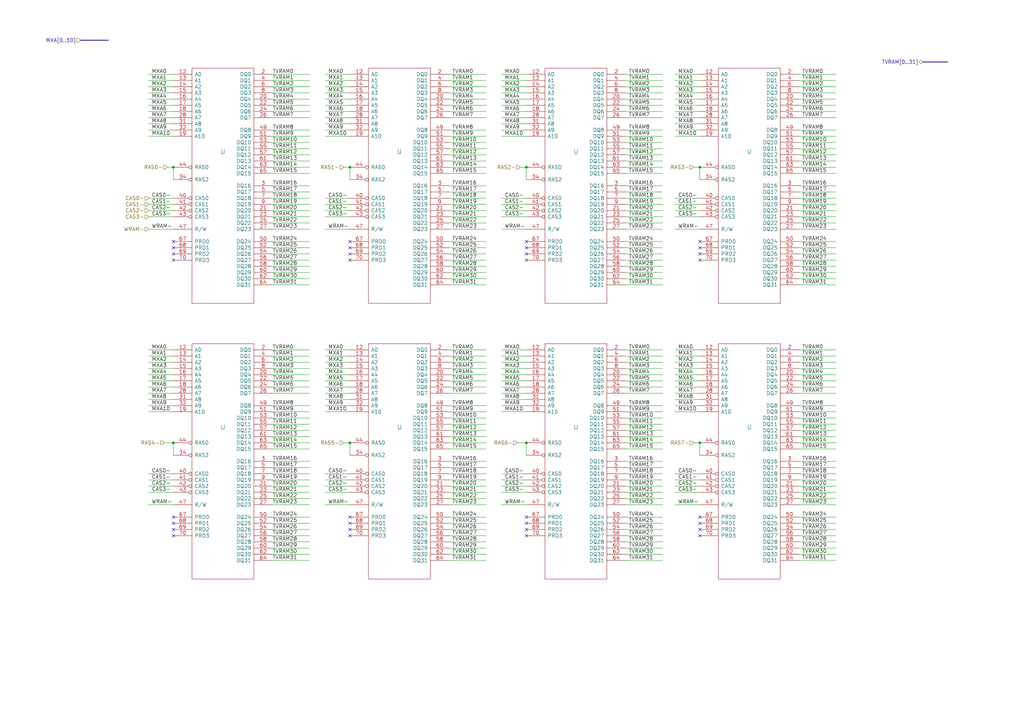
<source format=kicad_sch>
(kicad_sch (version 20220622) (generator eeschema)
  (paper "A3")
  (title_block (title "Kicad EDA") (date "Sun 22 Mar 2015") (rev "2.0B") (company "Kicad EDA") (comment 1 "Rams Video"))
  (junction (at 287.02 181.61) (diameter 0.9144))
  (junction (at 215.9 68.58) (diameter 0.9144))
  (junction (at 143.51 181.61) (diameter 0.9144))
  (junction (at 71.12 181.61) (diameter 0.9144))
  (junction (at 71.12 68.58) (diameter 0.9144))
  (junction (at 215.9 181.61) (diameter 0.9144))
  (junction (at 143.51 68.58) (diameter 0.9144))
  (junction (at 287.02 68.58) (diameter 0.9144))
  (no_connect (at 215.9 217.17))
  (no_connect (at 287.02 212.09))
  (no_connect (at 71.12 217.17))
  (no_connect (at 143.51 212.09))
  (no_connect (at 143.51 106.68))
  (no_connect (at 143.51 219.71))
  (no_connect (at 71.12 106.68))
  (no_connect (at 287.02 214.63))
  (no_connect (at 215.9 219.71))
  (no_connect (at 215.9 101.6))
  (no_connect (at 215.9 104.14))
  (no_connect (at 143.51 214.63))
  (no_connect (at 287.02 104.14))
  (no_connect (at 215.9 99.06))
  (no_connect (at 287.02 101.6))
  (no_connect (at 71.12 101.6))
  (no_connect (at 71.12 99.06))
  (no_connect (at 143.51 217.17))
  (no_connect (at 71.12 214.63))
  (no_connect (at 71.12 104.14))
  (no_connect (at 215.9 214.63))
  (no_connect (at 143.51 101.6))
  (no_connect (at 215.9 106.68))
  (no_connect (at 71.12 219.71))
  (no_connect (at 287.02 106.68))
  (no_connect (at 287.02 99.06))
  (no_connect (at 143.51 99.06))
  (no_connect (at 287.02 217.17))
  (no_connect (at 215.9 212.09))
  (no_connect (at 143.51 104.14))
  (no_connect (at 287.02 219.71))
  (no_connect (at 71.12 212.09))
  (wire (pts (xy 71.12 81.28) (xy 60.96 81.28)))
  (wire (pts (xy 111.76 83.82) (xy 127 83.82)))
  (wire (pts (xy 256.54 109.22) (xy 271.78 109.22)))
  (wire (pts (xy 327.66 217.17) (xy 342.9 217.17)))
  (wire (pts (xy 184.15 99.06) (xy 199.39 99.06)))
  (wire (pts (xy 184.15 171.45) (xy 199.39 171.45)))
  (wire (pts (xy 327.66 60.96) (xy 342.9 60.96)))
  (wire (pts (xy 184.15 224.79) (xy 199.39 224.79)))
  (wire (pts (xy 327.66 212.09) (xy 342.9 212.09)))
  (wire (pts (xy 256.54 93.98) (xy 271.78 93.98)))
  (wire (pts (xy 327.66 99.06) (xy 342.9 99.06)))
  (wire (pts (xy 111.76 148.59) (xy 127 148.59)))
  (wire (pts (xy 111.76 224.79) (xy 127 224.79)))
  (wire (pts (xy 327.66 38.1) (xy 342.9 38.1)))
  (wire (pts (xy 111.76 181.61) (xy 127 181.61)))
  (wire (pts (xy 71.12 48.26) (xy 60.96 48.26)))
  (wire (pts (xy 71.12 83.82) (xy 60.96 83.82)))
  (wire (pts (xy 215.9 33.02) (xy 205.74 33.02)))
  (wire (pts (xy 327.66 153.67) (xy 342.9 153.67)))
  (wire (pts (xy 184.15 33.02) (xy 199.39 33.02)))
  (wire (pts (xy 111.76 43.18) (xy 127 43.18)))
  (wire (pts (xy 215.9 53.34) (xy 205.74 53.34)))
  (wire (pts (xy 71.12 38.1) (xy 60.96 38.1)))
  (wire (pts (xy 71.12 207.01) (xy 60.96 207.01)))
  (wire (pts (xy 184.15 151.13) (xy 199.39 151.13)))
  (wire (pts (xy 184.15 76.2) (xy 199.39 76.2)))
  (wire (pts (xy 256.54 191.77) (xy 271.78 191.77)))
  (wire (pts (xy 71.12 158.75) (xy 60.96 158.75)))
  (wire (pts (xy 111.76 111.76) (xy 127 111.76)))
  (wire (pts (xy 71.12 50.8) (xy 60.96 50.8)))
  (wire (pts (xy 71.12 166.37) (xy 60.96 166.37)))
  (wire (pts (xy 143.51 156.21) (xy 133.35 156.21)))
  (wire (pts (xy 111.76 53.34) (xy 127 53.34)))
  (wire (pts (xy 256.54 166.37) (xy 271.78 166.37)))
  (wire (pts (xy 111.76 156.21) (xy 127 156.21)))
  (wire (pts (xy 111.76 166.37) (xy 127 166.37)))
  (wire (pts (xy 184.15 48.26) (xy 199.39 48.26)))
  (wire (pts (xy 256.54 222.25) (xy 271.78 222.25)))
  (wire (pts (xy 143.51 45.72) (xy 133.35 45.72)))
  (wire (pts (xy 184.15 40.64) (xy 199.39 40.64)))
  (wire (pts (xy 215.9 30.48) (xy 205.74 30.48)))
  (wire (pts (xy 184.15 101.6) (xy 199.39 101.6)))
  (wire (pts (xy 143.51 161.29) (xy 133.35 161.29)))
  (wire (pts (xy 143.51 207.01) (xy 133.35 207.01)))
  (wire (pts (xy 212.09 181.61) (xy 215.9 181.61)))
  (wire (pts (xy 287.02 158.75) (xy 276.86 158.75)))
  (wire (pts (xy 256.54 55.88) (xy 271.78 55.88)))
  (wire (pts (xy 184.15 45.72) (xy 199.39 45.72)))
  (wire (pts (xy 215.9 161.29) (xy 205.74 161.29)))
  (wire (pts (xy 215.9 81.28) (xy 205.74 81.28)))
  (wire (pts (xy 327.66 146.05) (xy 342.9 146.05)))
  (wire (pts (xy 71.12 33.02) (xy 60.96 33.02)))
  (wire (pts (xy 111.76 48.26) (xy 127 48.26)))
  (wire (pts (xy 68.58 68.58) (xy 71.12 68.58)))
  (wire (pts (xy 140.97 181.61) (xy 143.51 181.61)))
  (wire (pts (xy 327.66 201.93) (xy 342.9 201.93)))
  (wire (pts (xy 111.76 153.67) (xy 127 153.67)))
  (wire (pts (xy 184.15 196.85) (xy 199.39 196.85)))
  (wire (pts (xy 256.54 63.5) (xy 271.78 63.5)))
  (wire (pts (xy 215.9 88.9) (xy 205.74 88.9)))
  (wire (pts (xy 184.15 38.1) (xy 199.39 38.1)))
  (wire (pts (xy 71.12 161.29) (xy 60.96 161.29)))
  (wire (pts (xy 256.54 156.21) (xy 271.78 156.21)))
  (wire (pts (xy 184.15 88.9) (xy 199.39 88.9)))
  (wire (pts (xy 184.15 158.75) (xy 199.39 158.75)))
  (wire (pts (xy 111.76 88.9) (xy 127 88.9)))
  (bus (pts (xy 33.02 16.51) (xy 44.45 16.51)))
  (wire (pts (xy 327.66 166.37) (xy 342.9 166.37)))
  (wire (pts (xy 327.66 93.98) (xy 342.9 93.98)))
  (wire (pts (xy 327.66 88.9) (xy 342.9 88.9)))
  (wire (pts (xy 184.15 207.01) (xy 199.39 207.01)))
  (wire (pts (xy 184.15 219.71) (xy 199.39 219.71)))
  (wire (pts (xy 111.76 199.39) (xy 127 199.39)))
  (wire (pts (xy 215.9 83.82) (xy 205.74 83.82)))
  (wire (pts (xy 327.66 158.75) (xy 342.9 158.75)))
  (wire (pts (xy 256.54 171.45) (xy 271.78 171.45)))
  (wire (pts (xy 184.15 229.87) (xy 199.39 229.87)))
  (wire (pts (xy 327.66 40.64) (xy 342.9 40.64)))
  (wire (pts (xy 256.54 58.42) (xy 271.78 58.42)))
  (wire (pts (xy 184.15 60.96) (xy 199.39 60.96)))
  (wire (pts (xy 184.15 58.42) (xy 199.39 58.42)))
  (wire (pts (xy 143.51 35.56) (xy 133.35 35.56)))
  (wire (pts (xy 111.76 189.23) (xy 127 189.23)))
  (wire (pts (xy 111.76 194.31) (xy 127 194.31)))
  (wire (pts (xy 184.15 114.3) (xy 199.39 114.3)))
  (wire (pts (xy 256.54 35.56) (xy 271.78 35.56)))
  (wire (pts (xy 327.66 224.79) (xy 342.9 224.79)))
  (wire (pts (xy 256.54 53.34) (xy 271.78 53.34)))
  (wire (pts (xy 327.66 148.59) (xy 342.9 148.59)))
  (wire (pts (xy 327.66 207.01) (xy 342.9 207.01)))
  (wire (pts (xy 71.12 86.36) (xy 60.96 86.36)))
  (wire (pts (xy 256.54 229.87) (xy 271.78 229.87)))
  (wire (pts (xy 327.66 43.18) (xy 342.9 43.18)))
  (wire (pts (xy 327.66 199.39) (xy 342.9 199.39)))
  (wire (pts (xy 215.9 50.8) (xy 205.74 50.8)))
  (wire (pts (xy 256.54 161.29) (xy 271.78 161.29)))
  (wire (pts (xy 111.76 93.98) (xy 127 93.98)))
  (wire (pts (xy 143.51 196.85) (xy 133.35 196.85)))
  (wire (pts (xy 111.76 104.14) (xy 127 104.14)))
  (wire (pts (xy 287.02 194.31) (xy 276.86 194.31)))
  (wire (pts (xy 143.51 153.67) (xy 133.35 153.67)))
  (wire (pts (xy 287.02 163.83) (xy 276.86 163.83)))
  (wire (pts (xy 287.02 207.01) (xy 276.86 207.01)))
  (wire (pts (xy 143.51 68.58) (xy 143.51 73.66)))
  (wire (pts (xy 184.15 63.5) (xy 199.39 63.5)))
  (wire (pts (xy 143.51 151.13) (xy 133.35 151.13)))
  (wire (pts (xy 111.76 219.71) (xy 127 219.71)))
  (wire (pts (xy 111.76 196.85) (xy 127 196.85)))
  (wire (pts (xy 111.76 81.28) (xy 127 81.28)))
  (wire (pts (xy 287.02 43.18) (xy 276.86 43.18)))
  (wire (pts (xy 287.02 68.58) (xy 287.02 73.66)))
  (wire (pts (xy 143.51 146.05) (xy 133.35 146.05)))
  (wire (pts (xy 256.54 151.13) (xy 271.78 151.13)))
  (wire (pts (xy 143.51 48.26) (xy 133.35 48.26)))
  (wire (pts (xy 184.15 194.31) (xy 199.39 194.31)))
  (wire (pts (xy 256.54 158.75) (xy 271.78 158.75)))
  (wire (pts (xy 111.76 38.1) (xy 127 38.1)))
  (wire (pts (xy 184.15 93.98) (xy 199.39 93.98)))
  (wire (pts (xy 184.15 81.28) (xy 199.39 81.28)))
  (wire (pts (xy 111.76 109.22) (xy 127 109.22)))
  (wire (pts (xy 256.54 81.28) (xy 271.78 81.28)))
  (wire (pts (xy 256.54 179.07) (xy 271.78 179.07)))
  (wire (pts (xy 327.66 111.76) (xy 342.9 111.76)))
  (wire (pts (xy 111.76 68.58) (xy 127 68.58)))
  (wire (pts (xy 215.9 148.59) (xy 205.74 148.59)))
  (wire (pts (xy 143.51 81.28) (xy 133.35 81.28)))
  (wire (pts (xy 71.12 146.05) (xy 60.96 146.05)))
  (wire (pts (xy 111.76 227.33) (xy 127 227.33)))
  (wire (pts (xy 184.15 166.37) (xy 199.39 166.37)))
  (wire (pts (xy 184.15 161.29) (xy 199.39 161.29)))
  (wire (pts (xy 71.12 43.18) (xy 60.96 43.18)))
  (wire (pts (xy 71.12 93.98) (xy 60.96 93.98)))
  (wire (pts (xy 71.12 194.31) (xy 60.96 194.31)))
  (wire (pts (xy 215.9 86.36) (xy 205.74 86.36)))
  (wire (pts (xy 143.51 55.88) (xy 133.35 55.88)))
  (wire (pts (xy 327.66 229.87) (xy 342.9 229.87)))
  (wire (pts (xy 215.9 166.37) (xy 205.74 166.37)))
  (wire (pts (xy 256.54 214.63) (xy 271.78 214.63)))
  (wire (pts (xy 256.54 168.91) (xy 271.78 168.91)))
  (wire (pts (xy 184.15 35.56) (xy 199.39 35.56)))
  (wire (pts (xy 143.51 40.64) (xy 133.35 40.64)))
  (wire (pts (xy 143.51 163.83) (xy 133.35 163.83)))
  (wire (pts (xy 184.15 214.63) (xy 199.39 214.63)))
  (wire (pts (xy 284.48 68.58) (xy 287.02 68.58)))
  (wire (pts (xy 71.12 53.34) (xy 60.96 53.34)))
  (wire (pts (xy 71.12 151.13) (xy 60.96 151.13)))
  (wire (pts (xy 111.76 151.13) (xy 127 151.13)))
  (wire (pts (xy 287.02 45.72) (xy 276.86 45.72)))
  (wire (pts (xy 256.54 116.84) (xy 271.78 116.84)))
  (wire (pts (xy 111.76 146.05) (xy 127 146.05)))
  (wire (pts (xy 256.54 83.82) (xy 271.78 83.82)))
  (wire (pts (xy 215.9 168.91) (xy 205.74 168.91)))
  (wire (pts (xy 111.76 173.99) (xy 127 173.99)))
  (wire (pts (xy 71.12 30.48) (xy 60.96 30.48)))
  (wire (pts (xy 143.51 38.1) (xy 133.35 38.1)))
  (wire (pts (xy 215.9 35.56) (xy 205.74 35.56)))
  (wire (pts (xy 327.66 66.04) (xy 342.9 66.04)))
  (wire (pts (xy 184.15 68.58) (xy 199.39 68.58)))
  (wire (pts (xy 184.15 146.05) (xy 199.39 146.05)))
  (wire (pts (xy 111.76 78.74) (xy 127 78.74)))
  (wire (pts (xy 111.76 71.12) (xy 127 71.12)))
  (wire (pts (xy 111.76 116.84) (xy 127 116.84)))
  (bus (pts (xy 378.46 25.4) (xy 388.62 25.4)))
  (wire (pts (xy 111.76 217.17) (xy 127 217.17)))
  (wire (pts (xy 71.12 163.83) (xy 60.96 163.83)))
  (wire (pts (xy 111.76 229.87) (xy 127 229.87)))
  (wire (pts (xy 111.76 63.5) (xy 127 63.5)))
  (wire (pts (xy 287.02 153.67) (xy 276.86 153.67)))
  (wire (pts (xy 213.36 68.58) (xy 215.9 68.58)))
  (wire (pts (xy 287.02 181.61) (xy 287.02 186.69)))
  (wire (pts (xy 71.12 55.88) (xy 60.96 55.88)))
  (wire (pts (xy 256.54 76.2) (xy 271.78 76.2)))
  (wire (pts (xy 184.15 86.36) (xy 199.39 86.36)))
  (wire (pts (xy 184.15 184.15) (xy 199.39 184.15)))
  (wire (pts (xy 215.9 196.85) (xy 205.74 196.85)))
  (wire (pts (xy 111.76 60.96) (xy 127 60.96)))
  (wire (pts (xy 256.54 173.99) (xy 271.78 173.99)))
  (wire (pts (xy 184.15 173.99) (xy 199.39 173.99)))
  (wire (pts (xy 327.66 222.25) (xy 342.9 222.25)))
  (wire (pts (xy 215.9 146.05) (xy 205.74 146.05)))
  (wire (pts (xy 256.54 146.05) (xy 271.78 146.05)))
  (wire (pts (xy 184.15 176.53) (xy 199.39 176.53)))
  (wire (pts (xy 287.02 146.05) (xy 276.86 146.05)))
  (wire (pts (xy 256.54 91.44) (xy 271.78 91.44)))
  (wire (pts (xy 184.15 189.23) (xy 199.39 189.23)))
  (wire (pts (xy 184.15 53.34) (xy 199.39 53.34)))
  (wire (pts (xy 215.9 201.93) (xy 205.74 201.93)))
  (wire (pts (xy 111.76 91.44) (xy 127 91.44)))
  (wire (pts (xy 143.51 93.98) (xy 133.35 93.98)))
  (wire (pts (xy 327.66 184.15) (xy 342.9 184.15)))
  (wire (pts (xy 327.66 109.22) (xy 342.9 109.22)))
  (wire (pts (xy 143.51 199.39) (xy 133.35 199.39)))
  (wire (pts (xy 111.76 201.93) (xy 127 201.93)))
  (wire (pts (xy 184.15 181.61) (xy 199.39 181.61)))
  (wire (pts (xy 256.54 99.06) (xy 271.78 99.06)))
  (wire (pts (xy 111.76 191.77) (xy 127 191.77)))
  (wire (pts (xy 256.54 194.31) (xy 271.78 194.31)))
  (wire (pts (xy 215.9 153.67) (xy 205.74 153.67)))
  (wire (pts (xy 71.12 40.64) (xy 60.96 40.64)))
  (wire (pts (xy 215.9 68.58) (xy 215.9 73.66)))
  (wire (pts (xy 256.54 153.67) (xy 271.78 153.67)))
  (wire (pts (xy 71.12 88.9) (xy 60.96 88.9)))
  (wire (pts (xy 256.54 227.33) (xy 271.78 227.33)))
  (wire (pts (xy 256.54 101.6) (xy 271.78 101.6)))
  (wire (pts (xy 111.76 184.15) (xy 127 184.15)))
  (wire (pts (xy 143.51 30.48) (xy 133.35 30.48)))
  (wire (pts (xy 184.15 148.59) (xy 199.39 148.59)))
  (wire (pts (xy 284.48 181.61) (xy 287.02 181.61)))
  (wire (pts (xy 327.66 171.45) (xy 342.9 171.45)))
  (wire (pts (xy 143.51 50.8) (xy 133.35 50.8)))
  (wire (pts (xy 256.54 68.58) (xy 271.78 68.58)))
  (wire (pts (xy 256.54 88.9) (xy 271.78 88.9)))
  (wire (pts (xy 327.66 189.23) (xy 342.9 189.23)))
  (wire (pts (xy 256.54 71.12) (xy 271.78 71.12)))
  (wire (pts (xy 256.54 217.17) (xy 271.78 217.17)))
  (wire (pts (xy 184.15 78.74) (xy 199.39 78.74)))
  (wire (pts (xy 287.02 196.85) (xy 276.86 196.85)))
  (wire (pts (xy 256.54 43.18) (xy 271.78 43.18)))
  (wire (pts (xy 184.15 111.76) (xy 199.39 111.76)))
  (wire (pts (xy 256.54 148.59) (xy 271.78 148.59)))
  (wire (pts (xy 327.66 181.61) (xy 342.9 181.61)))
  (wire (pts (xy 327.66 173.99) (xy 342.9 173.99)))
  (wire (pts (xy 215.9 43.18) (xy 205.74 43.18)))
  (wire (pts (xy 215.9 40.64) (xy 205.74 40.64)))
  (wire (pts (xy 111.76 207.01) (xy 127 207.01)))
  (wire (pts (xy 111.76 76.2) (xy 127 76.2)))
  (wire (pts (xy 256.54 66.04) (xy 271.78 66.04)))
  (wire (pts (xy 327.66 196.85) (xy 342.9 196.85)))
  (wire (pts (xy 71.12 196.85) (xy 60.96 196.85)))
  (wire (pts (xy 184.15 43.18) (xy 199.39 43.18)))
  (wire (pts (xy 71.12 143.51) (xy 60.96 143.51)))
  (wire (pts (xy 327.66 83.82) (xy 342.9 83.82)))
  (wire (pts (xy 256.54 48.26) (xy 271.78 48.26)))
  (wire (pts (xy 327.66 151.13) (xy 342.9 151.13)))
  (wire (pts (xy 215.9 45.72) (xy 205.74 45.72)))
  (wire (pts (xy 71.12 35.56) (xy 60.96 35.56)))
  (wire (pts (xy 71.12 201.93) (xy 60.96 201.93)))
  (wire (pts (xy 184.15 109.22) (xy 199.39 109.22)))
  (wire (pts (xy 143.51 88.9) (xy 133.35 88.9)))
  (wire (pts (xy 184.15 55.88) (xy 199.39 55.88)))
  (wire (pts (xy 111.76 176.53) (xy 127 176.53)))
  (wire (pts (xy 143.51 33.02) (xy 133.35 33.02)))
  (wire (pts (xy 184.15 91.44) (xy 199.39 91.44)))
  (wire (pts (xy 215.9 163.83) (xy 205.74 163.83)))
  (wire (pts (xy 287.02 50.8) (xy 276.86 50.8)))
  (wire (pts (xy 327.66 101.6) (xy 342.9 101.6)))
  (wire (pts (xy 327.66 58.42) (xy 342.9 58.42)))
  (wire (pts (xy 256.54 45.72) (xy 271.78 45.72)))
  (wire (pts (xy 287.02 48.26) (xy 276.86 48.26)))
  (wire (pts (xy 287.02 148.59) (xy 276.86 148.59)))
  (wire (pts (xy 111.76 158.75) (xy 127 158.75)))
  (wire (pts (xy 287.02 143.51) (xy 276.86 143.51)))
  (wire (pts (xy 215.9 151.13) (xy 205.74 151.13)))
  (wire (pts (xy 184.15 116.84) (xy 199.39 116.84)))
  (wire (pts (xy 143.51 201.93) (xy 133.35 201.93)))
  (wire (pts (xy 327.66 81.28) (xy 342.9 81.28)))
  (wire (pts (xy 143.51 143.51) (xy 133.35 143.51)))
  (wire (pts (xy 256.54 196.85) (xy 271.78 196.85)))
  (wire (pts (xy 287.02 166.37) (xy 276.86 166.37)))
  (wire (pts (xy 111.76 179.07) (xy 127 179.07)))
  (wire (pts (xy 215.9 199.39) (xy 205.74 199.39)))
  (wire (pts (xy 327.66 176.53) (xy 342.9 176.53)))
  (wire (pts (xy 184.15 227.33) (xy 199.39 227.33)))
  (wire (pts (xy 256.54 181.61) (xy 271.78 181.61)))
  (wire (pts (xy 111.76 106.68) (xy 127 106.68)))
  (wire (pts (xy 327.66 68.58) (xy 342.9 68.58)))
  (wire (pts (xy 256.54 38.1) (xy 271.78 38.1)))
  (wire (pts (xy 184.15 83.82) (xy 199.39 83.82)))
  (wire (pts (xy 215.9 194.31) (xy 205.74 194.31)))
  (wire (pts (xy 215.9 181.61) (xy 215.9 186.69)))
  (wire (pts (xy 184.15 204.47) (xy 199.39 204.47)))
  (wire (pts (xy 184.15 168.91) (xy 199.39 168.91)))
  (wire (pts (xy 184.15 201.93) (xy 199.39 201.93)))
  (wire (pts (xy 256.54 111.76) (xy 271.78 111.76)))
  (wire (pts (xy 111.76 212.09) (xy 127 212.09)))
  (wire (pts (xy 327.66 156.21) (xy 342.9 156.21)))
  (wire (pts (xy 71.12 153.67) (xy 60.96 153.67)))
  (wire (pts (xy 327.66 48.26) (xy 342.9 48.26)))
  (wire (pts (xy 327.66 161.29) (xy 342.9 161.29)))
  (wire (pts (xy 327.66 194.31) (xy 342.9 194.31)))
  (wire (pts (xy 327.66 143.51) (xy 342.9 143.51)))
  (wire (pts (xy 287.02 201.93) (xy 276.86 201.93)))
  (wire (pts (xy 287.02 199.39) (xy 276.86 199.39)))
  (wire (pts (xy 184.15 156.21) (xy 199.39 156.21)))
  (wire (pts (xy 143.51 158.75) (xy 133.35 158.75)))
  (wire (pts (xy 327.66 71.12) (xy 342.9 71.12)))
  (wire (pts (xy 184.15 71.12) (xy 199.39 71.12)))
  (wire (pts (xy 327.66 45.72) (xy 342.9 45.72)))
  (wire (pts (xy 327.66 91.44) (xy 342.9 91.44)))
  (wire (pts (xy 256.54 219.71) (xy 271.78 219.71)))
  (wire (pts (xy 256.54 78.74) (xy 271.78 78.74)))
  (wire (pts (xy 143.51 86.36) (xy 133.35 86.36)))
  (wire (pts (xy 111.76 204.47) (xy 127 204.47)))
  (wire (pts (xy 327.66 116.84) (xy 342.9 116.84)))
  (wire (pts (xy 287.02 83.82) (xy 276.86 83.82)))
  (wire (pts (xy 256.54 176.53) (xy 271.78 176.53)))
  (wire (pts (xy 287.02 151.13) (xy 276.86 151.13)))
  (wire (pts (xy 327.66 106.68) (xy 342.9 106.68)))
  (wire (pts (xy 256.54 60.96) (xy 271.78 60.96)))
  (wire (pts (xy 256.54 184.15) (xy 271.78 184.15)))
  (wire (pts (xy 184.15 191.77) (xy 199.39 191.77)))
  (wire (pts (xy 256.54 104.14) (xy 271.78 104.14)))
  (wire (pts (xy 256.54 207.01) (xy 271.78 207.01)))
  (wire (pts (xy 287.02 35.56) (xy 276.86 35.56)))
  (wire (pts (xy 256.54 106.68) (xy 271.78 106.68)))
  (wire (pts (xy 327.66 179.07) (xy 342.9 179.07)))
  (wire (pts (xy 184.15 106.68) (xy 199.39 106.68)))
  (wire (pts (xy 327.66 227.33) (xy 342.9 227.33)))
  (wire (pts (xy 71.12 199.39) (xy 60.96 199.39)))
  (wire (pts (xy 215.9 156.21) (xy 205.74 156.21)))
  (wire (pts (xy 71.12 168.91) (xy 60.96 168.91)))
  (wire (pts (xy 143.51 43.18) (xy 133.35 43.18)))
  (wire (pts (xy 287.02 40.64) (xy 276.86 40.64)))
  (wire (pts (xy 71.12 181.61) (xy 71.12 186.69)))
  (wire (pts (xy 184.15 179.07) (xy 199.39 179.07)))
  (wire (pts (xy 111.76 99.06) (xy 127 99.06)))
  (wire (pts (xy 143.51 181.61) (xy 143.51 186.69)))
  (wire (pts (xy 184.15 104.14) (xy 199.39 104.14)))
  (wire (pts (xy 215.9 143.51) (xy 205.74 143.51)))
  (wire (pts (xy 111.76 101.6) (xy 127 101.6)))
  (wire (pts (xy 143.51 83.82) (xy 133.35 83.82)))
  (wire (pts (xy 256.54 212.09) (xy 271.78 212.09)))
  (wire (pts (xy 111.76 161.29) (xy 127 161.29)))
  (wire (pts (xy 327.66 214.63) (xy 342.9 214.63)))
  (wire (pts (xy 287.02 161.29) (xy 276.86 161.29)))
  (wire (pts (xy 111.76 86.36) (xy 127 86.36)))
  (wire (pts (xy 71.12 45.72) (xy 60.96 45.72)))
  (wire (pts (xy 143.51 168.91) (xy 133.35 168.91)))
  (wire (pts (xy 184.15 66.04) (xy 199.39 66.04)))
  (wire (pts (xy 71.12 156.21) (xy 60.96 156.21)))
  (wire (pts (xy 327.66 76.2) (xy 342.9 76.2)))
  (wire (pts (xy 111.76 171.45) (xy 127 171.45)))
  (wire (pts (xy 287.02 30.48) (xy 276.86 30.48)))
  (wire (pts (xy 215.9 48.26) (xy 205.74 48.26)))
  (wire (pts (xy 327.66 104.14) (xy 342.9 104.14)))
  (wire (pts (xy 327.66 53.34) (xy 342.9 53.34)))
  (wire (pts (xy 287.02 88.9) (xy 276.86 88.9)))
  (wire (pts (xy 327.66 55.88) (xy 342.9 55.88)))
  (wire (pts (xy 287.02 86.36) (xy 276.86 86.36)))
  (wire (pts (xy 287.02 53.34) (xy 276.86 53.34)))
  (wire (pts (xy 184.15 30.48) (xy 199.39 30.48)))
  (wire (pts (xy 111.76 143.51) (xy 127 143.51)))
  (wire (pts (xy 287.02 156.21) (xy 276.86 156.21)))
  (wire (pts (xy 143.51 166.37) (xy 133.35 166.37)))
  (wire (pts (xy 111.76 114.3) (xy 127 114.3)))
  (wire (pts (xy 143.51 148.59) (xy 133.35 148.59)))
  (wire (pts (xy 184.15 212.09) (xy 199.39 212.09)))
  (wire (pts (xy 256.54 201.93) (xy 271.78 201.93)))
  (wire (pts (xy 256.54 33.02) (xy 271.78 33.02)))
  (wire (pts (xy 327.66 191.77) (xy 342.9 191.77)))
  (wire (pts (xy 327.66 204.47) (xy 342.9 204.47)))
  (wire (pts (xy 111.76 40.64) (xy 127 40.64)))
  (wire (pts (xy 287.02 168.91) (xy 276.86 168.91)))
  (wire (pts (xy 111.76 214.63) (xy 127 214.63)))
  (wire (pts (xy 215.9 38.1) (xy 205.74 38.1)))
  (wire (pts (xy 184.15 217.17) (xy 199.39 217.17)))
  (wire (pts (xy 327.66 168.91) (xy 342.9 168.91)))
  (wire (pts (xy 327.66 35.56) (xy 342.9 35.56)))
  (wire (pts (xy 111.76 35.56) (xy 127 35.56)))
  (wire (pts (xy 215.9 207.01) (xy 205.74 207.01)))
  (wire (pts (xy 287.02 33.02) (xy 276.86 33.02)))
  (wire (pts (xy 256.54 189.23) (xy 271.78 189.23)))
  (wire (pts (xy 256.54 224.79) (xy 271.78 224.79)))
  (wire (pts (xy 184.15 143.51) (xy 199.39 143.51)))
  (wire (pts (xy 256.54 30.48) (xy 271.78 30.48)))
  (wire (pts (xy 143.51 53.34) (xy 133.35 53.34)))
  (wire (pts (xy 71.12 148.59) (xy 60.96 148.59)))
  (wire (pts (xy 287.02 81.28) (xy 276.86 81.28)))
  (wire (pts (xy 71.12 68.58) (xy 71.12 73.66)))
  (wire (pts (xy 327.66 63.5) (xy 342.9 63.5)))
  (wire (pts (xy 256.54 40.64) (xy 271.78 40.64)))
  (wire (pts (xy 256.54 114.3) (xy 271.78 114.3)))
  (wire (pts (xy 143.51 194.31) (xy 133.35 194.31)))
  (wire (pts (xy 327.66 33.02) (xy 342.9 33.02)))
  (wire (pts (xy 111.76 55.88) (xy 127 55.88)))
  (wire (pts (xy 327.66 219.71) (xy 342.9 219.71)))
  (wire (pts (xy 111.76 168.91) (xy 127 168.91)))
  (wire (pts (xy 111.76 33.02) (xy 127 33.02)))
  (wire (pts (xy 287.02 55.88) (xy 276.86 55.88)))
  (wire (pts (xy 256.54 86.36) (xy 271.78 86.36)))
  (wire (pts (xy 256.54 204.47) (xy 271.78 204.47)))
  (wire (pts (xy 140.97 68.58) (xy 143.51 68.58)))
  (wire (pts (xy 184.15 222.25) (xy 199.39 222.25)))
  (wire (pts (xy 184.15 199.39) (xy 199.39 199.39)))
  (wire (pts (xy 256.54 143.51) (xy 271.78 143.51)))
  (wire (pts (xy 111.76 222.25) (xy 127 222.25)))
  (wire (pts (xy 215.9 158.75) (xy 205.74 158.75)))
  (wire (pts (xy 215.9 55.88) (xy 205.74 55.88)))
  (wire (pts (xy 111.76 30.48) (xy 127 30.48)))
  (wire (pts (xy 184.15 153.67) (xy 199.39 153.67)))
  (wire (pts (xy 111.76 58.42) (xy 127 58.42)))
  (wire (pts (xy 327.66 86.36) (xy 342.9 86.36)))
  (wire (pts (xy 287.02 93.98) (xy 276.86 93.98)))
  (wire (pts (xy 327.66 78.74) (xy 342.9 78.74)))
  (wire (pts (xy 111.76 66.04) (xy 127 66.04)))
  (wire (pts (xy 327.66 30.48) (xy 342.9 30.48)))
  (wire (pts (xy 67.31 181.61) (xy 71.12 181.61)))
  (wire (pts (xy 215.9 93.98) (xy 205.74 93.98)))
  (wire (pts (xy 287.02 38.1) (xy 276.86 38.1)))
  (wire (pts (xy 256.54 199.39) (xy 271.78 199.39)))
  (wire (pts (xy 327.66 114.3) (xy 342.9 114.3)))
  (wire (pts (xy 111.76 45.72) (xy 127 45.72)))
  (label "TVRAM1" (at 111.76 33.02 0) (effects (font (size 1.524 1.524))))
  (label "TVRAM11" (at 185.42 173.99 0) (effects (font (size 1.524 1.524))))
  (label "TVRAM21" (at 328.93 88.9 0) (effects (font (size 1.524 1.524))))
  (label "MXA8" (at 207.01 50.8 0) (effects (font (size 1.524 1.524))))
  (label "TVRAM29" (at 185.42 111.76 0) (effects (font (size 1.524 1.524))))
  (label "MXA8" (at 62.23 50.8 0) (effects (font (size 1.524 1.524))))
  (label "TVRAM16" (at 257.81 189.23 0) (effects (font (size 1.524 1.524))))
  (label "TVRAM23" (at 111.76 207.01 0) (effects (font (size 1.524 1.524))))
  (label "TVRAM0" (at 111.76 30.48 0) (effects (font (size 1.524 1.524))))
  (label "MXA3" (at 62.23 151.13 0) (effects (font (size 1.524 1.524))))
  (label "TVRAM10" (at 328.93 58.42 0) (effects (font (size 1.524 1.524))))
  (label "MXA4" (at 278.13 40.64 0) (effects (font (size 1.524 1.524))))
  (label "TVRAM25" (at 111.76 101.6 0) (effects (font (size 1.524 1.524))))
  (label "TVRAM4" (at 328.93 40.64 0) (effects (font (size 1.524 1.524))))
  (label "CAS1-" (at 62.23 83.82 0) (effects (font (size 1.524 1.524))))
  (label "TVRAM6" (at 185.42 158.75 0) (effects (font (size 1.524 1.524))))
  (label "TVRAM27" (at 111.76 106.68 0) (effects (font (size 1.524 1.524))))
  (label "TVRAM8" (at 111.76 166.37 0) (effects (font (size 1.524 1.524))))
  (label "MXA10" (at 62.23 168.91 0) (effects (font (size 1.524 1.524))))
  (label "MXA5" (at 207.01 156.21 0) (effects (font (size 1.524 1.524))))
  (label "WRAM-" (at 278.13 93.98 0) (effects (font (size 1.524 1.524))))
  (label "TVRAM10" (at 111.76 58.42 0) (effects (font (size 1.524 1.524))))
  (label "TVRAM6" (at 328.93 45.72 0) (effects (font (size 1.524 1.524))))
  (label "TVRAM29" (at 257.81 224.79 0) (effects (font (size 1.524 1.524))))
  (label "TVRAM9" (at 185.42 55.88 0) (effects (font (size 1.524 1.524))))
  (label "TVRAM17" (at 111.76 191.77 0) (effects (font (size 1.524 1.524))))
  (label "MXA3" (at 207.01 151.13 0) (effects (font (size 1.524 1.524))))
  (label "CAS3-" (at 62.23 201.93 0) (effects (font (size 1.524 1.524))))
  (label "TVRAM22" (at 111.76 91.44 0) (effects (font (size 1.524 1.524))))
  (label "TVRAM29" (at 111.76 111.76 0) (effects (font (size 1.524 1.524))))
  (label "TVRAM13" (at 185.42 66.04 0) (effects (font (size 1.524 1.524))))
  (label "CAS2-" (at 207.01 199.39 0) (effects (font (size 1.524 1.524))))
  (label "TVRAM11" (at 328.93 60.96 0) (effects (font (size 1.524 1.524))))
  (label "MXA2" (at 207.01 35.56 0) (effects (font (size 1.524 1.524))))
  (label "MXA6" (at 134.62 158.75 0) (effects (font (size 1.524 1.524))))
  (label "TVRAM24" (at 257.81 212.09 0) (effects (font (size 1.524 1.524))))
  (label "CAS2-" (at 134.62 86.36 0) (effects (font (size 1.524 1.524))))
  (label "TVRAM28" (at 111.76 222.25 0) (effects (font (size 1.524 1.524))))
  (label "TVRAM0" (at 111.76 143.51 0) (effects (font (size 1.524 1.524))))
  (label "TVRAM7" (at 111.76 48.26 0) (effects (font (size 1.524 1.524))))
  (label "TVRAM11" (at 111.76 173.99 0) (effects (font (size 1.524 1.524))))
  (label "TVRAM7" (at 328.93 48.26 0) (effects (font (size 1.524 1.524))))
  (label "MXA4" (at 134.62 40.64 0) (effects (font (size 1.524 1.524))))
  (label "TVRAM27" (at 257.81 219.71 0) (effects (font (size 1.524 1.524))))
  (label "TVRAM9" (at 185.42 168.91 0) (effects (font (size 1.524 1.524))))
  (label "TVRAM28" (at 257.81 109.22 0) (effects (font (size 1.524 1.524))))
  (label "MXA7" (at 278.13 48.26 0) (effects (font (size 1.524 1.524))))
  (label "TVRAM13" (at 257.81 179.07 0) (effects (font (size 1.524 1.524))))
  (label "MXA5" (at 278.13 43.18 0) (effects (font (size 1.524 1.524))))
  (label "TVRAM30" (at 111.76 114.3 0) (effects (font (size 1.524 1.524))))
  (label "CAS0-" (at 62.23 81.28 0) (effects (font (size 1.524 1.524))))
  (label "TVRAM3" (at 257.81 38.1 0) (effects (font (size 1.524 1.524))))
  (label "MXA9" (at 62.23 166.37 0) (effects (font (size 1.524 1.524))))
  (label "TVRAM30" (at 328.93 114.3 0) (effects (font (size 1.524 1.524))))
  (label "TVRAM4" (at 185.42 40.64 0) (effects (font (size 1.524 1.524))))
  (label "TVRAM24" (at 111.76 212.09 0) (effects (font (size 1.524 1.524))))
  (label "WRAM-" (at 134.62 207.01 0) (effects (font (size 1.524 1.524))))
  (label "TVRAM19" (at 185.42 196.85 0) (effects (font (size 1.524 1.524))))
  (label "TVRAM19" (at 328.93 196.85 0) (effects (font (size 1.524 1.524))))
  (label "TVRAM0" (at 185.42 30.48 0) (effects (font (size 1.524 1.524))))
  (label "TVRAM22" (at 257.81 204.47 0) (effects (font (size 1.524 1.524))))
  (label "TVRAM3" (at 111.76 38.1 0) (effects (font (size 1.524 1.524))))
  (label "MXA7" (at 207.01 48.26 0) (effects (font (size 1.524 1.524))))
  (label "TVRAM17" (at 257.81 191.77 0) (effects (font (size 1.524 1.524))))
  (label "CAS2-" (at 207.01 86.36 0) (effects (font (size 1.524 1.524))))
  (label "TVRAM3" (at 111.76 151.13 0) (effects (font (size 1.524 1.524))))
  (label "MXA7" (at 134.62 48.26 0) (effects (font (size 1.524 1.524))))
  (label "TVRAM17" (at 185.42 78.74 0) (effects (font (size 1.524 1.524))))
  (label "MXA10" (at 62.23 55.88 0) (effects (font (size 1.524 1.524))))
  (label "TVRAM14" (at 328.93 68.58 0) (effects (font (size 1.524 1.524))))
  (label "TVRAM20" (at 328.93 86.36 0) (effects (font (size 1.524 1.524))))
  (label "TVRAM9" (at 111.76 55.88 0) (effects (font (size 1.524 1.524))))
  (label "TVRAM4" (at 111.76 40.64 0) (effects (font (size 1.524 1.524))))
  (label "TVRAM22" (at 328.93 91.44 0) (effects (font (size 1.524 1.524))))
  (label "TVRAM26" (at 328.93 217.17 0) (effects (font (size 1.524 1.524))))
  (label "TVRAM8" (at 185.42 166.37 0) (effects (font (size 1.524 1.524))))
  (label "MXA6" (at 62.23 45.72 0) (effects (font (size 1.524 1.524))))
  (label "TVRAM7" (at 257.81 161.29 0) (effects (font (size 1.524 1.524))))
  (label "TVRAM9" (at 328.93 55.88 0) (effects (font (size 1.524 1.524))))
  (label "TVRAM21" (at 257.81 88.9 0) (effects (font (size 1.524 1.524))))
  (label "MXA8" (at 278.13 50.8 0) (effects (font (size 1.524 1.524))))
  (label "TVRAM3" (at 328.93 38.1 0) (effects (font (size 1.524 1.524))))
  (label "MXA10" (at 134.62 55.88 0) (effects (font (size 1.524 1.524))))
  (label "MXA1" (at 278.13 33.02 0) (effects (font (size 1.524 1.524))))
  (label "TVRAM18" (at 257.81 81.28 0) (effects (font (size 1.524 1.524))))
  (label "TVRAM27" (at 111.76 219.71 0) (effects (font (size 1.524 1.524))))
  (label "TVRAM26" (at 328.93 104.14 0) (effects (font (size 1.524 1.524))))
  (label "TVRAM11" (at 257.81 173.99 0) (effects (font (size 1.524 1.524))))
  (label "TVRAM7" (at 185.42 161.29 0) (effects (font (size 1.524 1.524))))
  (label "TVRAM17" (at 328.93 191.77 0) (effects (font (size 1.524 1.524))))
  (label "TVRAM30" (at 185.42 114.3 0) (effects (font (size 1.524 1.524))))
  (label "TVRAM6" (at 111.76 158.75 0) (effects (font (size 1.524 1.524))))
  (label "TVRAM8" (at 328.93 53.34 0) (effects (font (size 1.524 1.524))))
  (label "TVRAM28" (at 328.93 109.22 0) (effects (font (size 1.524 1.524))))
  (label "TVRAM19" (at 185.42 83.82 0) (effects (font (size 1.524 1.524))))
  (label "TVRAM0" (at 328.93 143.51 0) (effects (font (size 1.524 1.524))))
  (label "TVRAM15" (at 257.81 184.15 0) (effects (font (size 1.524 1.524))))
  (label "TVRAM3" (at 185.42 151.13 0) (effects (font (size 1.524 1.524))))
  (label "MXA6" (at 207.01 158.75 0) (effects (font (size 1.524 1.524))))
  (label "TVRAM1" (at 185.42 146.05 0) (effects (font (size 1.524 1.524))))
  (label "TVRAM22" (at 111.76 204.47 0) (effects (font (size 1.524 1.524))))
  (label "MXA6" (at 134.62 45.72 0) (effects (font (size 1.524 1.524))))
  (label "TVRAM16" (at 328.93 76.2 0) (effects (font (size 1.524 1.524))))
  (label "TVRAM15" (at 328.93 184.15 0) (effects (font (size 1.524 1.524))))
  (label "TVRAM17" (at 257.81 78.74 0) (effects (font (size 1.524 1.524))))
  (label "TVRAM5" (at 111.76 43.18 0) (effects (font (size 1.524 1.524))))
  (label "CAS1-" (at 278.13 196.85 0) (effects (font (size 1.524 1.524))))
  (label "TVRAM6" (at 328.93 158.75 0) (effects (font (size 1.524 1.524))))
  (label "TVRAM7" (at 111.76 161.29 0) (effects (font (size 1.524 1.524))))
  (label "TVRAM18" (at 111.76 81.28 0) (effects (font (size 1.524 1.524))))
  (label "TVRAM14" (at 111.76 68.58 0) (effects (font (size 1.524 1.524))))
  (label "TVRAM19" (at 257.81 196.85 0) (effects (font (size 1.524 1.524))))
  (label "CAS1-" (at 134.62 83.82 0) (effects (font (size 1.524 1.524))))
  (label "TVRAM23" (at 185.42 93.98 0) (effects (font (size 1.524 1.524))))
  (label "MXA7" (at 207.01 161.29 0) (effects (font (size 1.524 1.524))))
  (label "TVRAM26" (at 185.42 104.14 0) (effects (font (size 1.524 1.524))))
  (label "MXA7" (at 134.62 161.29 0) (effects (font (size 1.524 1.524))))
  (label "MXA8" (at 278.13 163.83 0) (effects (font (size 1.524 1.524))))
  (label "CAS0-" (at 278.13 81.28 0) (effects (font (size 1.524 1.524))))
  (label "TVRAM31" (at 257.81 229.87 0) (effects (font (size 1.524 1.524))))
  (label "MXA9" (at 278.13 166.37 0) (effects (font (size 1.524 1.524))))
  (label "TVRAM0" (at 185.42 143.51 0) (effects (font (size 1.524 1.524))))
  (label "CAS3-" (at 62.23 88.9 0) (effects (font (size 1.524 1.524))))
  (label "TVRAM15" (at 328.93 71.12 0) (effects (font (size 1.524 1.524))))
  (label "TVRAM22" (at 257.81 91.44 0) (effects (font (size 1.524 1.524))))
  (label "TVRAM23" (at 328.93 207.01 0) (effects (font (size 1.524 1.524))))
  (label "TVRAM31" (at 185.42 229.87 0) (effects (font (size 1.524 1.524))))
  (label "TVRAM16" (at 111.76 189.23 0) (effects (font (size 1.524 1.524))))
  (label "CAS1-" (at 134.62 196.85 0) (effects (font (size 1.524 1.524))))
  (label "TVRAM18" (at 328.93 81.28 0) (effects (font (size 1.524 1.524))))
  (label "TVRAM18" (at 185.42 194.31 0) (effects (font (size 1.524 1.524))))
  (label "TVRAM4" (at 257.81 40.64 0) (effects (font (size 1.524 1.524))))
  (label "TVRAM13" (at 185.42 179.07 0) (effects (font (size 1.524 1.524))))
  (label "TVRAM1" (at 185.42 33.02 0) (effects (font (size 1.524 1.524))))
  (label "TVRAM22" (at 185.42 91.44 0) (effects (font (size 1.524 1.524))))
  (label "TVRAM16" (at 185.42 189.23 0) (effects (font (size 1.524 1.524))))
  (label "MXA0" (at 278.13 143.51 0) (effects (font (size 1.524 1.524))))
  (label "TVRAM14" (at 257.81 68.58 0) (effects (font (size 1.524 1.524))))
  (label "MXA0" (at 207.01 30.48 0) (effects (font (size 1.524 1.524))))
  (label "MXA9" (at 134.62 53.34 0) (effects (font (size 1.524 1.524))))
  (label "TVRAM27" (at 185.42 219.71 0) (effects (font (size 1.524 1.524))))
  (label "TVRAM13" (at 257.81 66.04 0) (effects (font (size 1.524 1.524))))
  (label "WRAM-" (at 207.01 207.01 0) (effects (font (size 1.524 1.524))))
  (label "TVRAM18" (at 111.76 194.31 0) (effects (font (size 1.524 1.524))))
  (label "TVRAM28" (at 185.42 109.22 0) (effects (font (size 1.524 1.524))))
  (label "TVRAM22" (at 185.42 204.47 0) (effects (font (size 1.524 1.524))))
  (label "TVRAM26" (at 111.76 217.17 0) (effects (font (size 1.524 1.524))))
  (label "TVRAM21" (at 111.76 201.93 0) (effects (font (size 1.524 1.524))))
  (label "MXA1" (at 134.62 146.05 0) (effects (font (size 1.524 1.524))))
  (label "WRAM-" (at 278.13 207.01 0) (effects (font (size 1.524 1.524))))
  (label "CAS0-" (at 62.23 194.31 0) (effects (font (size 1.524 1.524))))
  (label "TVRAM26" (at 257.81 104.14 0) (effects (font (size 1.524 1.524))))
  (label "CAS1-" (at 207.01 83.82 0) (effects (font (size 1.524 1.524))))
  (label "TVRAM6" (at 111.76 45.72 0) (effects (font (size 1.524 1.524))))
  (label "MXA5" (at 62.23 156.21 0) (effects (font (size 1.524 1.524))))
  (label "MXA4" (at 207.01 40.64 0) (effects (font (size 1.524 1.524))))
  (label "TVRAM27" (at 185.42 106.68 0) (effects (font (size 1.524 1.524))))
  (label "TVRAM2" (at 328.93 35.56 0) (effects (font (size 1.524 1.524))))
  (label "TVRAM25" (at 257.81 101.6 0) (effects (font (size 1.524 1.524))))
  (label "TVRAM7" (at 185.42 48.26 0) (effects (font (size 1.524 1.524))))
  (label "MXA0" (at 134.62 143.51 0) (effects (font (size 1.524 1.524))))
  (label "TVRAM21" (at 111.76 88.9 0) (effects (font (size 1.524 1.524))))
  (label "MXA0" (at 207.01 143.51 0) (effects (font (size 1.524 1.524))))
  (label "TVRAM9" (at 111.76 168.91 0) (effects (font (size 1.524 1.524))))
  (label "TVRAM16" (at 257.81 76.2 0) (effects (font (size 1.524 1.524))))
  (label "TVRAM15" (at 185.42 184.15 0) (effects (font (size 1.524 1.524))))
  (label "TVRAM30" (at 257.81 114.3 0) (effects (font (size 1.524 1.524))))
  (label "MXA5" (at 62.23 43.18 0) (effects (font (size 1.524 1.524))))
  (label "MXA2" (at 62.23 35.56 0) (effects (font (size 1.524 1.524))))
  (label "TVRAM24" (at 257.81 99.06 0) (effects (font (size 1.524 1.524))))
  (label "CAS3-" (at 134.62 201.93 0) (effects (font (size 1.524 1.524))))
  (label "TVRAM25" (at 185.42 214.63 0) (effects (font (size 1.524 1.524))))
  (label "TVRAM9" (at 257.81 55.88 0) (effects (font (size 1.524 1.524))))
  (label "MXA10" (at 207.01 168.91 0) (effects (font (size 1.524 1.524))))
  (label "TVRAM13" (at 328.93 66.04 0) (effects (font (size 1.524 1.524))))
  (label "TVRAM9" (at 328.93 168.91 0) (effects (font (size 1.524 1.524))))
  (label "TVRAM5" (at 328.93 156.21 0) (effects (font (size 1.524 1.524))))
  (label "TVRAM22" (at 328.93 204.47 0) (effects (font (size 1.524 1.524))))
  (label "CAS0-" (at 134.62 194.31 0) (effects (font (size 1.524 1.524))))
  (label "TVRAM11" (at 185.42 60.96 0) (effects (font (size 1.524 1.524))))
  (label "MXA6" (at 278.13 158.75 0) (effects (font (size 1.524 1.524))))
  (label "MXA3" (at 278.13 38.1 0) (effects (font (size 1.524 1.524))))
  (label "TVRAM30" (at 328.93 227.33 0) (effects (font (size 1.524 1.524))))
  (label "TVRAM25" (at 257.81 214.63 0) (effects (font (size 1.524 1.524))))
  (label "TVRAM27" (at 257.81 106.68 0) (effects (font (size 1.524 1.524))))
  (label "TVRAM16" (at 185.42 76.2 0) (effects (font (size 1.524 1.524))))
  (label "TVRAM4" (at 257.81 153.67 0) (effects (font (size 1.524 1.524))))
  (label "MXA2" (at 134.62 148.59 0) (effects (font (size 1.524 1.524))))
  (label "TVRAM7" (at 328.93 161.29 0) (effects (font (size 1.524 1.524))))
  (label "TVRAM12" (at 111.76 63.5 0) (effects (font (size 1.524 1.524))))
  (label "MXA9" (at 207.01 166.37 0) (effects (font (size 1.524 1.524))))
  (label "TVRAM2" (at 185.42 35.56 0) (effects (font (size 1.524 1.524))))
  (label "TVRAM14" (at 185.42 181.61 0) (effects (font (size 1.524 1.524))))
  (label "CAS2-" (at 62.23 199.39 0) (effects (font (size 1.524 1.524))))
  (label "TVRAM19" (at 328.93 83.82 0) (effects (font (size 1.524 1.524))))
  (label "MXA0" (at 134.62 30.48 0) (effects (font (size 1.524 1.524))))
  (label "MXA1" (at 62.23 146.05 0) (effects (font (size 1.524 1.524))))
  (label "TVRAM20" (at 111.76 199.39 0) (effects (font (size 1.524 1.524))))
  (label "TVRAM1" (at 328.93 146.05 0) (effects (font (size 1.524 1.524))))
  (label "TVRAM29" (at 111.76 224.79 0) (effects (font (size 1.524 1.524))))
  (label "MXA2" (at 278.13 35.56 0) (effects (font (size 1.524 1.524))))
  (label "TVRAM20" (at 185.42 86.36 0) (effects (font (size 1.524 1.524))))
  (label "TVRAM17" (at 185.42 191.77 0) (effects (font (size 1.524 1.524))))
  (label "TVRAM15" (at 111.76 71.12 0) (effects (font (size 1.524 1.524))))
  (label "MXA10" (at 278.13 168.91 0) (effects (font (size 1.524 1.524))))
  (label "TVRAM19" (at 111.76 83.82 0) (effects (font (size 1.524 1.524))))
  (label "MXA10" (at 134.62 168.91 0) (effects (font (size 1.524 1.524))))
  (label "TVRAM9" (at 257.81 168.91 0) (effects (font (size 1.524 1.524))))
  (label "TVRAM5" (at 257.81 43.18 0) (effects (font (size 1.524 1.524))))
  (label "CAS3-" (at 207.01 201.93 0) (effects (font (size 1.524 1.524))))
  (label "TVRAM1" (at 257.81 33.02 0) (effects (font (size 1.524 1.524))))
  (label "TVRAM21" (at 257.81 201.93 0) (effects (font (size 1.524 1.524))))
  (label "TVRAM8" (at 257.81 166.37 0) (effects (font (size 1.524 1.524))))
  (label "MXA4" (at 278.13 153.67 0) (effects (font (size 1.524 1.524))))
  (label "TVRAM12" (at 257.81 176.53 0) (effects (font (size 1.524 1.524))))
  (label "TVRAM6" (at 257.81 45.72 0) (effects (font (size 1.524 1.524))))
  (label "TVRAM25" (at 328.93 214.63 0) (effects (font (size 1.524 1.524))))
  (label "TVRAM29" (at 185.42 224.79 0) (effects (font (size 1.524 1.524))))
  (label "TVRAM30" (at 185.42 227.33 0) (effects (font (size 1.524 1.524))))
  (label "MXA4" (at 134.62 153.67 0) (effects (font (size 1.524 1.524))))
  (label "TVRAM30" (at 257.81 227.33 0) (effects (font (size 1.524 1.524))))
  (label "TVRAM13" (at 111.76 66.04 0) (effects (font (size 1.524 1.524))))
  (label "TVRAM31" (at 257.81 116.84 0) (effects (font (size 1.524 1.524))))
  (label "TVRAM12" (at 185.42 176.53 0) (effects (font (size 1.524 1.524))))
  (label "MXA6" (at 207.01 45.72 0) (effects (font (size 1.524 1.524))))
  (label "TVRAM15" (at 111.76 184.15 0) (effects (font (size 1.524 1.524))))
  (label "TVRAM5" (at 185.42 156.21 0) (effects (font (size 1.524 1.524))))
  (label "WRAM-" (at 62.23 93.98 0) (effects (font (size 1.524 1.524))))
  (label "TVRAM31" (at 328.93 116.84 0) (effects (font (size 1.524 1.524))))
  (label "MXA5" (at 134.62 156.21 0) (effects (font (size 1.524 1.524))))
  (label "TVRAM2" (at 111.76 35.56 0) (effects (font (size 1.524 1.524))))
  (label "MXA5" (at 134.62 43.18 0) (effects (font (size 1.524 1.524))))
  (label "MXA3" (at 134.62 38.1 0) (effects (font (size 1.524 1.524))))
  (label "TVRAM0" (at 257.81 143.51 0) (effects (font (size 1.524 1.524))))
  (label "TVRAM24" (at 328.93 99.06 0) (effects (font (size 1.524 1.524))))
  (label "TVRAM10" (at 257.81 58.42 0) (effects (font (size 1.524 1.524))))
  (label "TVRAM4" (at 185.42 153.67 0) (effects (font (size 1.524 1.524))))
  (label "MXA3" (at 207.01 38.1 0) (effects (font (size 1.524 1.524))))
  (label "TVRAM25" (at 185.42 101.6 0) (effects (font (size 1.524 1.524))))
  (label "TVRAM20" (at 328.93 199.39 0) (effects (font (size 1.524 1.524))))
  (label "TVRAM28" (at 111.76 109.22 0) (effects (font (size 1.524 1.524))))
  (label "TVRAM23" (at 185.42 207.01 0) (effects (font (size 1.524 1.524))))
  (label "TVRAM28" (at 328.93 222.25 0) (effects (font (size 1.524 1.524))))
  (label "MXA2" (at 207.01 148.59 0) (effects (font (size 1.524 1.524))))
  (label "TVRAM29" (at 328.93 111.76 0) (effects (font (size 1.524 1.524))))
  (label "CAS0-" (at 207.01 194.31 0) (effects (font (size 1.524 1.524))))
  (label "MXA4" (at 62.23 40.64 0) (effects (font (size 1.524 1.524))))
  (label "TVRAM15" (at 185.42 71.12 0) (effects (font (size 1.524 1.524))))
  (label "TVRAM15" (at 257.81 71.12 0) (effects (font (size 1.524 1.524))))
  (label "CAS2-" (at 278.13 86.36 0) (effects (font (size 1.524 1.524))))
  (label "TVRAM17" (at 111.76 78.74 0) (effects (font (size 1.524 1.524))))
  (label "TVRAM2" (at 328.93 148.59 0) (effects (font (size 1.524 1.524))))
  (label "TVRAM18" (at 328.93 194.31 0) (effects (font (size 1.524 1.524))))
  (label "TVRAM5" (at 111.76 156.21 0) (effects (font (size 1.524 1.524))))
  (label "CAS0-" (at 134.62 81.28 0) (effects (font (size 1.524 1.524))))
  (label "MXA8" (at 134.62 163.83 0) (effects (font (size 1.524 1.524))))
  (label "TVRAM16" (at 328.93 189.23 0) (effects (font (size 1.524 1.524))))
  (label "TVRAM0" (at 328.93 30.48 0) (effects (font (size 1.524 1.524))))
  (label "TVRAM24" (at 185.42 212.09 0) (effects (font (size 1.524 1.524))))
  (label "TVRAM4" (at 111.76 153.67 0) (effects (font (size 1.524 1.524))))
  (label "MXA1" (at 207.01 33.02 0) (effects (font (size 1.524 1.524))))
  (label "TVRAM8" (at 328.93 166.37 0) (effects (font (size 1.524 1.524))))
  (label "TVRAM3" (at 185.42 38.1 0) (effects (font (size 1.524 1.524))))
  (label "MXA10" (at 278.13 55.88 0) (effects (font (size 1.524 1.524))))
  (label "TVRAM1" (at 328.93 33.02 0) (effects (font (size 1.524 1.524))))
  (label "TVRAM8" (at 257.81 53.34 0) (effects (font (size 1.524 1.524))))
  (label "MXA8" (at 207.01 163.83 0) (effects (font (size 1.524 1.524))))
  (label "TVRAM24" (at 111.76 99.06 0) (effects (font (size 1.524 1.524))))
  (label "TVRAM30" (at 111.76 227.33 0) (effects (font (size 1.524 1.524))))
  (label "TVRAM12" (at 328.93 63.5 0) (effects (font (size 1.524 1.524))))
  (label "TVRAM31" (at 111.76 116.84 0) (effects (font (size 1.524 1.524))))
  (label "TVRAM10" (at 111.76 171.45 0) (effects (font (size 1.524 1.524))))
  (label "TVRAM21" (at 185.42 88.9 0) (effects (font (size 1.524 1.524))))
  (label "MXA4" (at 207.01 153.67 0) (effects (font (size 1.524 1.524))))
  (label "CAS1-" (at 62.23 196.85 0) (effects (font (size 1.524 1.524))))
  (label "TVRAM14" (at 257.81 181.61 0) (effects (font (size 1.524 1.524))))
  (label "TVRAM12" (at 257.81 63.5 0) (effects (font (size 1.524 1.524))))
  (label "TVRAM28" (at 185.42 222.25 0) (effects (font (size 1.524 1.524))))
  (label "TVRAM8" (at 111.76 53.34 0) (effects (font (size 1.524 1.524))))
  (label "TVRAM28" (at 257.81 222.25 0) (effects (font (size 1.524 1.524))))
  (label "TVRAM20" (at 185.42 199.39 0) (effects (font (size 1.524 1.524))))
  (label "MXA2" (at 134.62 35.56 0) (effects (font (size 1.524 1.524))))
  (label "MXA1" (at 62.23 33.02 0) (effects (font (size 1.524 1.524))))
  (label "TVRAM10" (at 185.42 58.42 0) (effects (font (size 1.524 1.524))))
  (label "TVRAM21" (at 328.93 201.93 0) (effects (font (size 1.524 1.524))))
  (label "TVRAM1" (at 111.76 146.05 0) (effects (font (size 1.524 1.524))))
  (label "CAS0-" (at 207.01 81.28 0) (effects (font (size 1.524 1.524))))
  (label "TVRAM5" (at 328.93 43.18 0) (effects (font (size 1.524 1.524))))
  (label "MXA9" (at 278.13 53.34 0) (effects (font (size 1.524 1.524))))
  (label "MXA4" (at 62.23 153.67 0) (effects (font (size 1.524 1.524))))
  (label "TVRAM14" (at 328.93 181.61 0) (effects (font (size 1.524 1.524))))
  (label "TVRAM25" (at 328.93 101.6 0) (effects (font (size 1.524 1.524))))
  (label "MXA3" (at 62.23 38.1 0) (effects (font (size 1.524 1.524))))
  (label "TVRAM4" (at 328.93 153.67 0) (effects (font (size 1.524 1.524))))
  (label "TVRAM5" (at 257.81 156.21 0) (effects (font (size 1.524 1.524))))
  (label "TVRAM12" (at 185.42 63.5 0) (effects (font (size 1.524 1.524))))
  (label "MXA6" (at 278.13 45.72 0) (effects (font (size 1.524 1.524))))
  (label "TVRAM14" (at 111.76 181.61 0) (effects (font (size 1.524 1.524))))
  (label "MXA7" (at 62.23 48.26 0) (effects (font (size 1.524 1.524))))
  (label "TVRAM27" (at 328.93 106.68 0) (effects (font (size 1.524 1.524))))
  (label "TVRAM16" (at 111.76 76.2 0) (effects (font (size 1.524 1.524))))
  (label "MXA2" (at 278.13 148.59 0) (effects (font (size 1.524 1.524))))
  (label "CAS1-" (at 278.13 83.82 0) (effects (font (size 1.524 1.524))))
  (label "TVRAM6" (at 257.81 158.75 0) (effects (font (size 1.524 1.524))))
  (label "TVRAM18" (at 257.81 194.31 0) (effects (font (size 1.524 1.524))))
  (label "TVRAM2" (at 111.76 148.59 0) (effects (font (size 1.524 1.524))))
  (label "MXA7" (at 278.13 161.29 0) (effects (font (size 1.524 1.524))))
  (label "TVRAM11" (at 111.76 60.96 0) (effects (font (size 1.524 1.524))))
  (label "TVRAM3" (at 257.81 151.13 0) (effects (font (size 1.524 1.524))))
  (label "TVRAM12" (at 328.93 176.53 0) (effects (font (size 1.524 1.524))))
  (label "TVRAM18" (at 185.42 81.28 0) (effects (font (size 1.524 1.524))))
  (label "TVRAM2" (at 257.81 148.59 0) (effects (font (size 1.524 1.524))))
  (label "MXA10" (at 207.01 55.88 0) (effects (font (size 1.524 1.524))))
  (label "TVRAM23" (at 257.81 93.98 0) (effects (font (size 1.524 1.524))))
  (label "MXA0" (at 62.23 30.48 0) (effects (font (size 1.524 1.524))))
  (label "TVRAM10" (at 185.42 171.45 0) (effects (font (size 1.524 1.524))))
  (label "TVRAM21" (at 185.42 201.93 0) (effects (font (size 1.524 1.524))))
  (label "MXA3" (at 134.62 151.13 0) (effects (font (size 1.524 1.524))))
  (label "TVRAM23" (at 257.81 207.01 0) (effects (font (size 1.524 1.524))))
  (label "TVRAM29" (at 257.81 111.76 0) (effects (font (size 1.524 1.524))))
  (label "MXA9" (at 207.01 53.34 0) (effects (font (size 1.524 1.524))))
  (label "CAS2-" (at 62.23 86.36 0) (effects (font (size 1.524 1.524))))
  (label "MXA9" (at 134.62 166.37 0) (effects (font (size 1.524 1.524))))
  (label "TVRAM11" (at 328.93 173.99 0) (effects (font (size 1.524 1.524))))
  (label "MXA1" (at 207.01 146.05 0) (effects (font (size 1.524 1.524))))
  (label "CAS0-" (at 278.13 194.31 0) (effects (font (size 1.524 1.524))))
  (label "MXA0" (at 62.23 143.51 0) (effects (font (size 1.524 1.524))))
  (label "TVRAM0" (at 257.81 30.48 0) (effects (font (size 1.524 1.524))))
  (label "WRAM-" (at 134.62 93.98 0) (effects (font (size 1.524 1.524))))
  (label "TVRAM27" (at 328.93 219.71 0) (effects (font (size 1.524 1.524))))
  (label "TVRAM31" (at 328.93 229.87 0) (effects (font (size 1.524 1.524))))
  (label "TVRAM10" (at 328.93 171.45 0) (effects (font (size 1.524 1.524))))
  (label "TVRAM26" (at 185.42 217.17 0) (effects (font (size 1.524 1.524))))
  (label "TVRAM3" (at 328.93 151.13 0) (effects (font (size 1.524 1.524))))
  (label "TVRAM31" (at 111.76 229.87 0) (effects (font (size 1.524 1.524))))
  (label "TVRAM29" (at 328.93 224.79 0) (effects (font (size 1.524 1.524))))
  (label "TVRAM14" (at 185.42 68.58 0) (effects (font (size 1.524 1.524))))
  (label "WRAM-" (at 207.01 93.98 0) (effects (font (size 1.524 1.524))))
  (label "TVRAM19" (at 111.76 196.85 0) (effects (font (size 1.524 1.524))))
  (label "TVRAM26" (at 257.81 217.17 0) (effects (font (size 1.524 1.524))))
  (label "TVRAM5" (at 185.42 43.18 0) (effects (font (size 1.524 1.524))))
  (label "TVRAM23" (at 328.93 93.98 0) (effects (font (size 1.524 1.524))))
  (label "TVRAM24" (at 328.93 212.09 0) (effects (font (size 1.524 1.524))))
  (label "TVRAM13" (at 328.93 179.07 0) (effects (font (size 1.524 1.524))))
  (label "TVRAM20" (at 111.76 86.36 0) (effects (font (size 1.524 1.524))))
  (label "MXA8" (at 134.62 50.8 0) (effects (font (size 1.524 1.524))))
  (label "MXA1" (at 134.62 33.02 0) (effects (font (size 1.524 1.524))))
  (label "TVRAM11" (at 257.81 60.96 0) (effects (font (size 1.524 1.524))))
  (label "TVRAM31" (at 185.42 116.84 0) (effects (font (size 1.524 1.524))))
  (label "TVRAM17" (at 328.93 78.74 0) (effects (font (size 1.524 1.524))))
  (label "TVRAM7" (at 257.81 48.26 0) (effects (font (size 1.524 1.524))))
  (label "TVRAM26" (at 111.76 104.14 0) (effects (font (size 1.524 1.524))))
  (label "MXA2" (at 62.23 148.59 0) (effects (font (size 1.524 1.524))))
  (label "TVRAM1" (at 257.81 146.05 0) (effects (font (size 1.524 1.524))))
  (label "TVRAM20" (at 257.81 199.39 0) (effects (font (size 1.524 1.524))))
  (label "MXA6" (at 62.23 158.75 0) (effects (font (size 1.524 1.524))))
  (label "CAS2-" (at 278.13 199.39 0) (effects (font (size 1.524 1.524))))
  (label "TVRAM19" (at 257.81 83.82 0) (effects (font (size 1.524 1.524))))
  (label "MXA7" (at 62.23 161.29 0) (effects (font (size 1.524 1.524))))
  (label "MXA0" (at 278.13 30.48 0) (effects (font (size 1.524 1.524))))
  (label "TVRAM13" (at 111.76 179.07 0) (effects (font (size 1.524 1.524))))
  (label "TVRAM8" (at 185.42 53.34 0) (effects (font (size 1.524 1.524))))
  (label "CAS2-" (at 134.62 199.39 0) (effects (font (size 1.524 1.524))))
  (label "CAS3-" (at 134.62 88.9 0) (effects (font (size 1.524 1.524))))
  (label "TVRAM6" (at 185.42 45.72 0) (effects (font (size 1.524 1.524))))
  (label "TVRAM24" (at 185.42 99.06 0) (effects (font (size 1.524 1.524))))
  (label "TVRAM20" (at 257.81 86.36 0) (effects (font (size 1.524 1.524))))
  (label "TVRAM25" (at 111.76 214.63 0) (effects (font (size 1.524 1.524))))
  (label "CAS3-" (at 278.13 88.9 0) (effects (font (size 1.524 1.524))))
  (label "TVRAM10" (at 257.81 171.45 0) (effects (font (size 1.524 1.524))))
  (label "TVRAM2" (at 257.81 35.56 0) (effects (font (size 1.524 1.524))))
  (label "MXA5" (at 207.01 43.18 0) (effects (font (size 1.524 1.524))))
  (label "CAS3-" (at 278.13 201.93 0) (effects (font (size 1.524 1.524))))
  (label "CAS3-" (at 207.01 88.9 0) (effects (font (size 1.524 1.524))))
  (label "TVRAM12" (at 111.76 176.53 0) (effects (font (size 1.524 1.524))))
  (label "WRAM-" (at 62.23 207.01 0) (effects (font (size 1.524 1.524))))
  (label "MXA1" (at 278.13 146.05 0) (effects (font (size 1.524 1.524))))
  (label "TVRAM2" (at 185.42 148.59 0) (effects (font (size 1.524 1.524))))
  (label "MXA9" (at 62.23 53.34 0) (effects (font (size 1.524 1.524))))
  (label "CAS1-" (at 207.01 196.85 0) (effects (font (size 1.524 1.524))))
  (label "MXA8" (at 62.23 163.83 0) (effects (font (size 1.524 1.524))))
  (label "TVRAM23" (at 111.76 93.98 0) (effects (font (size 1.524 1.524))))
  (label "MXA3" (at 278.13 151.13 0) (effects (font (size 1.524 1.524))))
  (label "MXA5" (at 278.13 156.21 0) (effects (font (size 1.524 1.524))))
  (hierarchical_label "RAS3-" (shape input) (at 284.48 68.58 180) (effects (font (size 1.524 1.524))))
  (hierarchical_label "RAS2-" (shape input) (at 213.36 68.58 180) (effects (font (size 1.524 1.524))))
  (hierarchical_label "RAS6-" (shape input) (at 212.09 181.61 180) (effects (font (size 1.524 1.524))))
  (hierarchical_label "RAS1-" (shape input) (at 140.97 68.58 180) (effects (font (size 1.524 1.524))))
  (hierarchical_label "CAS0-" (shape input) (at 60.96 81.28 180) (effects (font (size 1.524 1.524))))
  (hierarchical_label "CAS1-" (shape input) (at 60.96 83.82 180) (effects (font (size 1.524 1.524))))
  (hierarchical_label "MXA[0..10]" (shape input) (at 33.02 16.51 180) (effects (font (size 1.524 1.524))))
  (hierarchical_label "RAS7-" (shape input) (at 284.48 181.61 180) (effects (font (size 1.524 1.524))))
  (hierarchical_label "RAS0-" (shape input) (at 68.58 68.58 180) (effects (font (size 1.524 1.524))))
  (hierarchical_label "RAS5-" (shape input) (at 140.97 181.61 180) (effects (font (size 1.524 1.524))))
  (hierarchical_label "RAS4-" (shape input) (at 67.31 181.61 180) (effects (font (size 1.524 1.524))))
  (hierarchical_label "WRAM-" (shape input) (at 60.96 93.98 180) (effects (font (size 1.524 1.524))))
  (hierarchical_label "TVRAM[0..31]" (shape tri_state) (at 378.46 25.4 180) (effects (font (size 1.524 1.524))))
  (hierarchical_label "CAS3-" (shape input) (at 60.96 88.9 180) (effects (font (size 1.524 1.524))))
  (hierarchical_label "CAS2-" (shape input) (at 60.96 86.36 180) (effects (font (size 1.524 1.524))))
  (symbol (lib_id "video_schlib:SIM4X32") (at 307.34 189.23 0) (unit 1)
    (default_instance (reference "U") (unit 1) (value "") (footprint ""))
    (property "Reference" "U" (at 307.34 175.26 0) (effects (font (size 1.778 1.778))))
  )
  (symbol (lib_id "video_schlib:SIM4X32") (at 163.83 189.23 0) (unit 1)
    (default_instance (reference "U") (unit 1) (value "") (footprint ""))
    (property "Reference" "U" (at 163.83 175.26 0) (effects (font (size 1.778 1.778))))
  )
  (symbol (lib_id "video_schlib:SIM4X32") (at 236.22 189.23 0) (unit 1)
    (default_instance (reference "U") (unit 1) (value "") (footprint ""))
    (property "Reference" "U" (at 236.22 175.26 0) (effects (font (size 1.778 1.778))))
  )
  (symbol (lib_id "video_schlib:SIM4X32") (at 91.44 189.23 0) (unit 1)
    (default_instance (reference "U") (unit 1) (value "") (footprint ""))
    (property "Reference" "U" (at 91.44 175.26 0) (effects (font (size 1.778 1.778))))
  )
  (symbol (lib_id "video_schlib:SIM4X32") (at 307.34 76.2 0) (unit 1)
    (default_instance (reference "U") (unit 1) (value "") (footprint ""))
    (property "Reference" "U" (at 307.34 62.23 0) (effects (font (size 1.778 1.778))))
  )
  (symbol (lib_id "video_schlib:SIM4X32") (at 236.22 76.2 0) (unit 1)
    (default_instance (reference "U") (unit 1) (value "") (footprint ""))
    (property "Reference" "U" (at 236.22 62.23 0) (effects (font (size 1.778 1.778))))
  )
  (symbol (lib_id "video_schlib:SIM4X32") (at 163.83 76.2 0) (unit 1)
    (default_instance (reference "U") (unit 1) (value "") (footprint ""))
    (property "Reference" "U" (at 163.83 62.23 0) (effects (font (size 1.778 1.778))))
  )
  (symbol (lib_id "video_schlib:SIM4X32") (at 91.44 76.2 0) (unit 1)
    (default_instance (reference "U") (unit 1) (value "") (footprint ""))
    (property "Reference" "U" (at 91.44 62.23 0) (effects (font (size 1.778 1.778))))
  )
)
</source>
